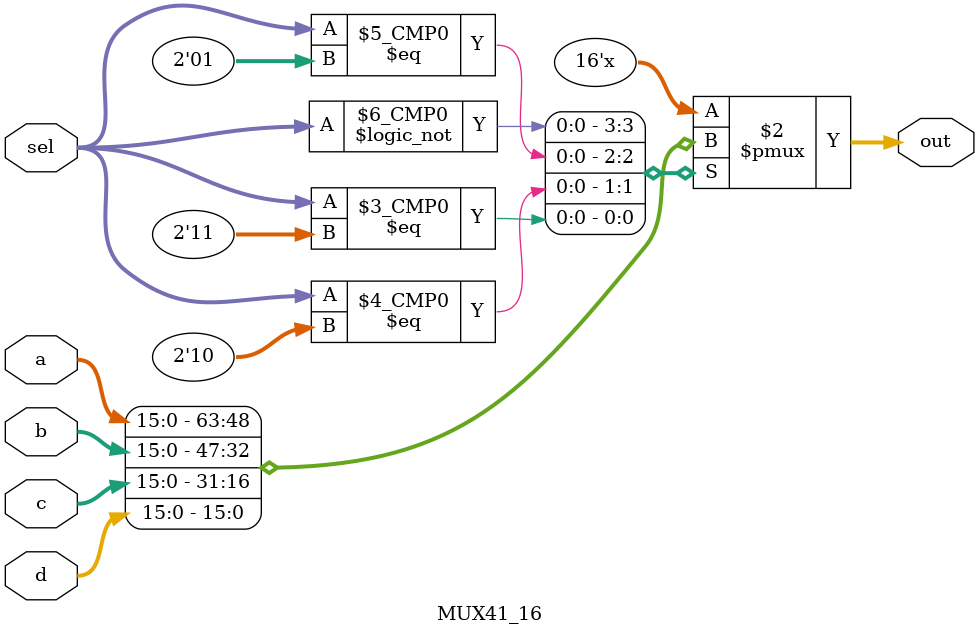
<source format=v>
module MUX41_16(out,sel,a,b,c,d);
  output[15:0] out;
  input[15:0] a,b,c,d;
  input [1:0] sel;
  reg [15:0] out;

  always@(sel or a or b or c or d)
      case(sel)
          2'b00: out=a;
          2'b01: out=b;
          2'b10: out=c; 
          2'b11: out=d;       
      endcase
endmodule
</source>
